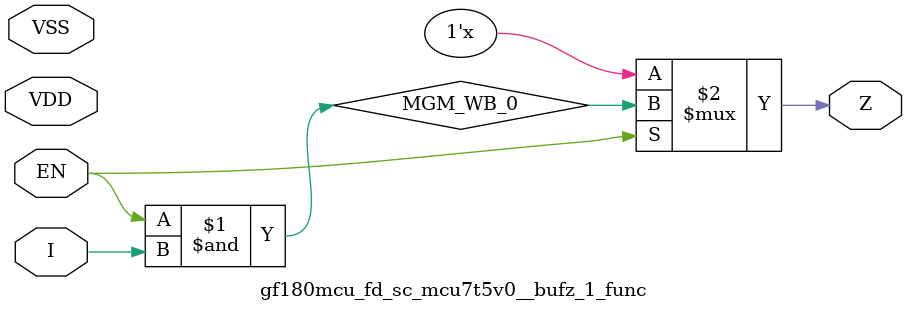
<source format=v>

module gf180mcu_fd_sc_mcu7t5v0__bufz_1_func( EN, I, Z, VDD, VSS );
input EN, I;
inout VDD, VSS;
output Z;

	wire MGM_WB_0;

	wire MGM_WB_1;

	and MGM_BG_0( MGM_WB_0, EN, I );

	not MGM_BG_1( MGM_WB_1, EN );

	bufif0 MGM_BG_2( Z, MGM_WB_0,MGM_WB_1 );

endmodule

</source>
